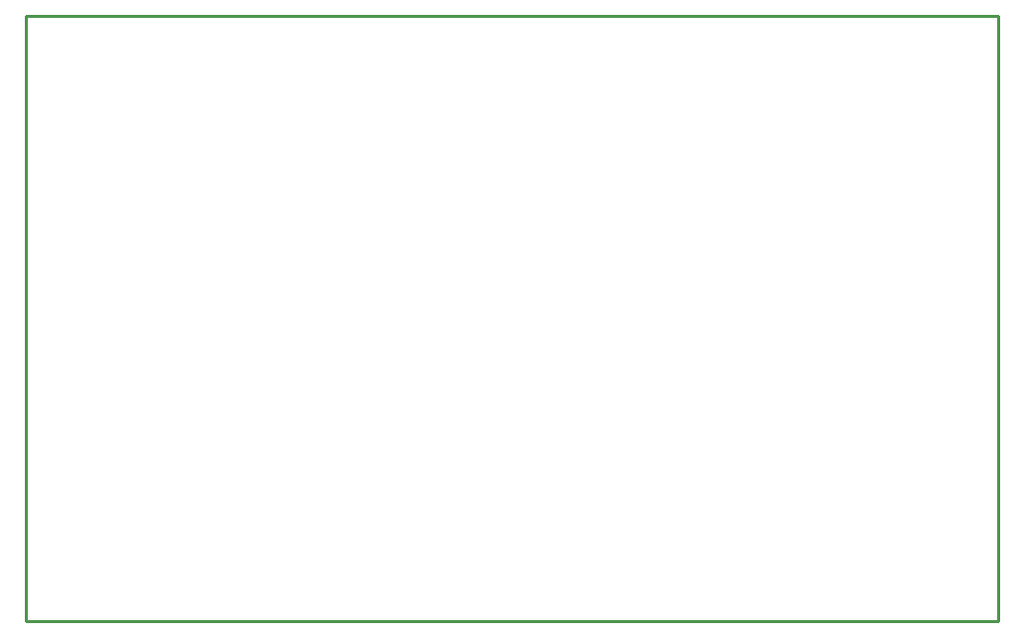
<source format=gko>
G04*
G04 #@! TF.GenerationSoftware,Altium Limited,Altium Designer,21.2.1 (34)*
G04*
G04 Layer_Color=16711935*
%FSLAX43Y43*%
%MOMM*%
G71*
G04*
G04 #@! TF.SameCoordinates,427E456E-B420-4228-82AE-AA47295AEFF1*
G04*
G04*
G04 #@! TF.FilePolarity,Positive*
G04*
G01*
G75*
%ADD20C,0.254*%
D20*
X91440Y95123D02*
X91648D01*
X91440Y95009D02*
Y95123D01*
Y43561D02*
Y45466D01*
Y43561D02*
X94361D01*
X172593D02*
X174244D01*
Y44314D01*
Y94015D02*
Y95123D01*
X91440Y92710D02*
Y95009D01*
X94361Y43561D02*
X172593D01*
X91440Y45466D02*
Y92710D01*
X174244Y44314D02*
Y94015D01*
X91648Y95123D02*
X174244D01*
M02*

</source>
